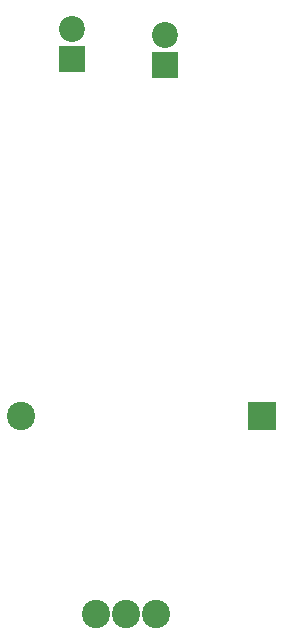
<source format=gbr>
%TF.GenerationSoftware,KiCad,Pcbnew,(5.1.6)-1*%
%TF.CreationDate,2020-10-19T09:00:09+02:00*%
%TF.ProjectId,Drache3,44726163-6865-4332-9e6b-696361645f70,rev?*%
%TF.SameCoordinates,Original*%
%TF.FileFunction,Soldermask,Bot*%
%TF.FilePolarity,Negative*%
%FSLAX46Y46*%
G04 Gerber Fmt 4.6, Leading zero omitted, Abs format (unit mm)*
G04 Created by KiCad (PCBNEW (5.1.6)-1) date 2020-10-19 09:00:09*
%MOMM*%
%LPD*%
G01*
G04 APERTURE LIST*
%ADD10R,2.200000X2.200000*%
%ADD11C,2.200000*%
%ADD12C,2.400000*%
%ADD13R,2.400000X2.400000*%
G04 APERTURE END LIST*
D10*
%TO.C,D1*%
X134112000Y-76200000D03*
D11*
X134112000Y-73660000D03*
%TD*%
%TO.C,D2*%
X141986000Y-74168000D03*
D10*
X141986000Y-76708000D03*
%TD*%
D12*
%TO.C,S1*%
X136144000Y-123190000D03*
X138684000Y-123190000D03*
X141224000Y-123190000D03*
%TD*%
%TO.C,U1*%
X129794000Y-106426000D03*
D13*
X150245600Y-106426000D03*
%TD*%
M02*

</source>
